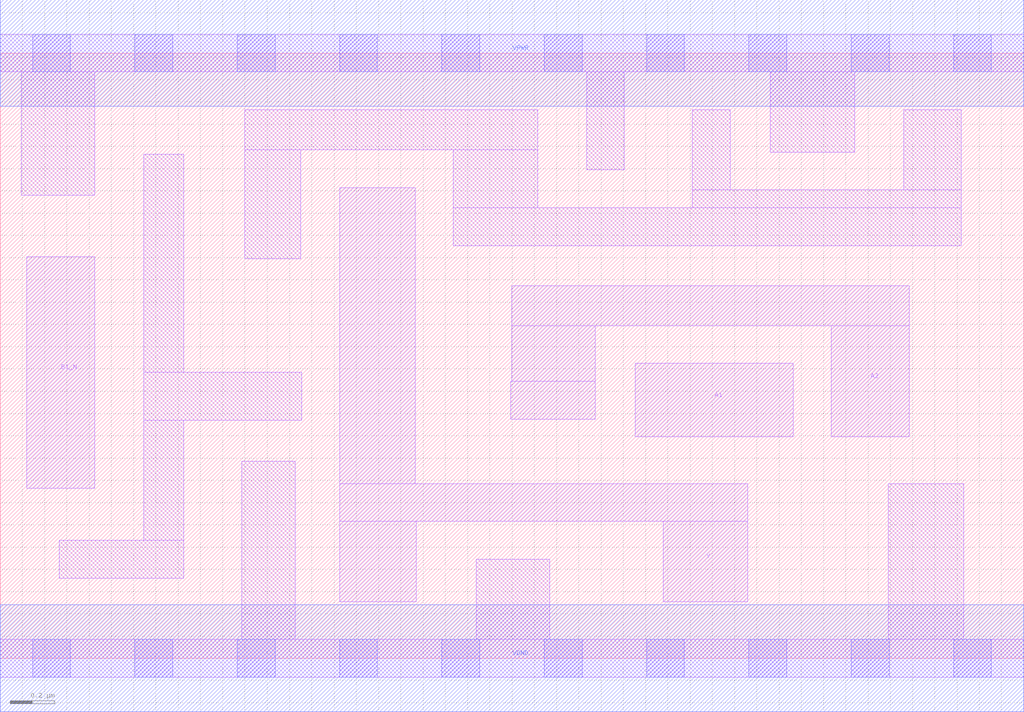
<source format=lef>
# Copyright 2020 The SkyWater PDK Authors
#
# Licensed under the Apache License, Version 2.0 (the "License");
# you may not use this file except in compliance with the License.
# You may obtain a copy of the License at
#
#     https://www.apache.org/licenses/LICENSE-2.0
#
# Unless required by applicable law or agreed to in writing, software
# distributed under the License is distributed on an "AS IS" BASIS,
# WITHOUT WARRANTIES OR CONDITIONS OF ANY KIND, either express or implied.
# See the License for the specific language governing permissions and
# limitations under the License.
#
# SPDX-License-Identifier: Apache-2.0

VERSION 5.7 ;
BUSBITCHARS "[]" ;
DIVIDERCHAR "/" ;
PROPERTYDEFINITIONS
  MACRO maskLayoutSubType STRING ;
  MACRO prCellType STRING ;
  MACRO originalViewName STRING ;
END PROPERTYDEFINITIONS
MACRO sky130_fd_sc_hdll__a21boi_2
  ORIGIN  0.000000  0.000000 ;
  CLASS CORE ;
  SYMMETRY X Y R90 ;
  SIZE  4.600000 BY  2.720000 ;
  SITE unithd ;
  PIN A1
    ANTENNAGATEAREA  0.555000 ;
    DIRECTION INPUT ;
    USE SIGNAL ;
    PORT
      LAYER li1 ;
        RECT 2.855000 0.995000 3.565000 1.325000 ;
    END
  END A1
  PIN A2
    ANTENNAGATEAREA  0.555000 ;
    DIRECTION INPUT ;
    USE SIGNAL ;
    PORT
      LAYER li1 ;
        RECT 2.295000 1.075000 2.675000 1.245000 ;
        RECT 2.300000 1.245000 2.675000 1.495000 ;
        RECT 2.300000 1.495000 4.085000 1.675000 ;
        RECT 3.735000 0.995000 4.085000 1.495000 ;
    END
  END A2
  PIN B1_N
    ANTENNAGATEAREA  0.138600 ;
    DIRECTION INPUT ;
    USE SIGNAL ;
    PORT
      LAYER li1 ;
        RECT 0.120000 0.765000 0.425000 1.805000 ;
    END
  END B1_N
  PIN Y
    ANTENNADIFFAREA  0.712500 ;
    DIRECTION OUTPUT ;
    USE SIGNAL ;
    PORT
      LAYER li1 ;
        RECT 1.525000 0.255000 1.870000 0.615000 ;
        RECT 1.525000 0.615000 3.360000 0.785000 ;
        RECT 1.525000 0.785000 1.865000 2.115000 ;
        RECT 2.980000 0.255000 3.360000 0.615000 ;
    END
  END Y
  PIN VGND
    DIRECTION INOUT ;
    USE GROUND ;
    PORT
      LAYER met1 ;
        RECT 0.000000 -0.240000 4.600000 0.240000 ;
    END
  END VGND
  PIN VPWR
    DIRECTION INOUT ;
    USE POWER ;
    PORT
      LAYER met1 ;
        RECT 0.000000 2.480000 4.600000 2.960000 ;
    END
  END VPWR
  OBS
    LAYER li1 ;
      RECT 0.000000 -0.085000 4.600000 0.085000 ;
      RECT 0.000000  2.635000 4.600000 2.805000 ;
      RECT 0.095000  2.080000 0.425000 2.635000 ;
      RECT 0.265000  0.360000 0.825000 0.530000 ;
      RECT 0.645000  0.530000 0.825000 1.070000 ;
      RECT 0.645000  1.070000 1.355000 1.285000 ;
      RECT 0.645000  1.285000 0.825000 2.265000 ;
      RECT 1.085000  0.085000 1.325000 0.885000 ;
      RECT 1.100000  1.795000 1.350000 2.285000 ;
      RECT 1.100000  2.285000 2.415000 2.465000 ;
      RECT 2.035000  1.855000 4.320000 2.025000 ;
      RECT 2.035000  2.025000 2.415000 2.285000 ;
      RECT 2.140000  0.085000 2.470000 0.445000 ;
      RECT 2.635000  2.195000 2.805000 2.635000 ;
      RECT 3.110000  2.025000 4.320000 2.105000 ;
      RECT 3.110000  2.105000 3.280000 2.465000 ;
      RECT 3.460000  2.275000 3.840000 2.635000 ;
      RECT 3.990000  0.085000 4.330000 0.785000 ;
      RECT 4.060000  2.105000 4.320000 2.465000 ;
    LAYER mcon ;
      RECT 0.145000 -0.085000 0.315000 0.085000 ;
      RECT 0.145000  2.635000 0.315000 2.805000 ;
      RECT 0.605000 -0.085000 0.775000 0.085000 ;
      RECT 0.605000  2.635000 0.775000 2.805000 ;
      RECT 1.065000 -0.085000 1.235000 0.085000 ;
      RECT 1.065000  2.635000 1.235000 2.805000 ;
      RECT 1.525000 -0.085000 1.695000 0.085000 ;
      RECT 1.525000  2.635000 1.695000 2.805000 ;
      RECT 1.985000 -0.085000 2.155000 0.085000 ;
      RECT 1.985000  2.635000 2.155000 2.805000 ;
      RECT 2.445000 -0.085000 2.615000 0.085000 ;
      RECT 2.445000  2.635000 2.615000 2.805000 ;
      RECT 2.905000 -0.085000 3.075000 0.085000 ;
      RECT 2.905000  2.635000 3.075000 2.805000 ;
      RECT 3.365000 -0.085000 3.535000 0.085000 ;
      RECT 3.365000  2.635000 3.535000 2.805000 ;
      RECT 3.825000 -0.085000 3.995000 0.085000 ;
      RECT 3.825000  2.635000 3.995000 2.805000 ;
      RECT 4.285000 -0.085000 4.455000 0.085000 ;
      RECT 4.285000  2.635000 4.455000 2.805000 ;
  END
  PROPERTY maskLayoutSubType "abstract" ;
  PROPERTY prCellType "standard" ;
  PROPERTY originalViewName "layout" ;
END sky130_fd_sc_hdll__a21boi_2

</source>
